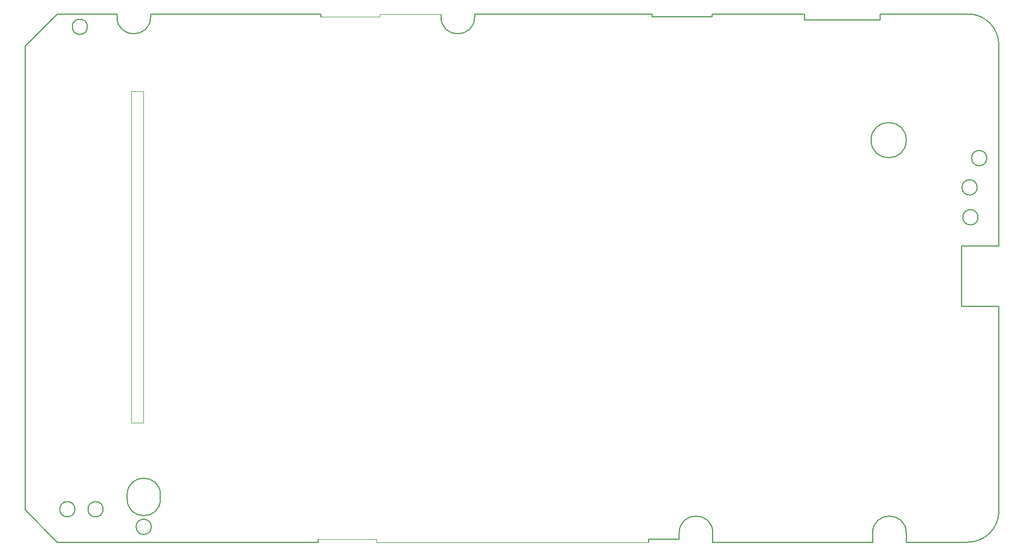
<source format=gm1>
G04 #@! TF.GenerationSoftware,KiCad,Pcbnew,(5.1.5)-3*
G04 #@! TF.CreationDate,2020-04-11T01:13:50-04:00*
G04 #@! TF.ProjectId,CPU,4350552e-6b69-4636-9164-5f7063625858,rev?*
G04 #@! TF.SameCoordinates,Original*
G04 #@! TF.FileFunction,Profile,NP*
%FSLAX46Y46*%
G04 Gerber Fmt 4.6, Leading zero omitted, Abs format (unit mm)*
G04 Created by KiCad (PCBNEW (5.1.5)-3) date 2020-04-11 01:13:50*
%MOMM*%
%LPD*%
G04 APERTURE LIST*
%ADD10C,0.050000*%
%ADD11C,0.200000*%
G04 APERTURE END LIST*
D10*
X87047327Y-130809994D02*
X89414221Y-130809994D01*
X87625303Y-45547520D02*
X89414221Y-45547520D01*
X49500000Y-111500000D02*
X47500000Y-111500000D01*
X49500000Y-58000000D02*
X49500000Y-111500000D01*
X47500000Y-58000000D02*
X49500000Y-58000000D01*
X47500000Y-111500000D02*
X47500000Y-58000000D01*
D11*
X30400000Y-125630356D02*
X30400000Y-50727572D01*
X167068435Y-130809999D02*
X141296401Y-130809999D01*
X130967859Y-130809994D02*
X130967859Y-130308609D01*
X35580051Y-45547520D02*
X45227268Y-45547520D01*
X182414221Y-130809999D02*
X172483621Y-130809999D01*
X30400000Y-125630356D02*
X35579642Y-130810000D01*
X52222127Y-123857989D02*
G75*
G02X46875689Y-123857989I-2673219J0D01*
G01*
X52222127Y-123155610D02*
X52222127Y-123857989D01*
X130967859Y-130308609D02*
X135881154Y-130308609D01*
X35580051Y-45547520D02*
X30400000Y-50727572D01*
X46875689Y-123857989D02*
X46875689Y-123155610D01*
X187414208Y-50547542D02*
X187414208Y-82978380D01*
X46875689Y-123155610D02*
G75*
G02X52222127Y-123155610I2673219J0D01*
G01*
X50642231Y-45547520D02*
X50642231Y-46047520D01*
X135881155Y-129307219D02*
G75*
G02X141296401Y-129309999I2707623J-1390D01*
G01*
X102887468Y-46047520D02*
G75*
G02X97472506Y-46047520I-2707481J0D01*
G01*
X97472506Y-45547520D02*
X97472506Y-46047520D01*
X50642232Y-46047520D02*
G75*
G02X45227268Y-46047520I-2707482J0D01*
G01*
X168273204Y-45547542D02*
X182414208Y-45547542D01*
X135881154Y-130308609D02*
X135881154Y-129308609D01*
X141296401Y-130809999D02*
X141296401Y-129309999D01*
X172483621Y-130809999D02*
X172483621Y-129309999D01*
X167068435Y-130809999D02*
X167068435Y-129309999D01*
X187414221Y-125809999D02*
G75*
G02X182414221Y-130809999I-5000000J0D01*
G01*
X102887469Y-45547520D02*
X102887469Y-46047520D01*
X141173267Y-45547458D02*
X156069477Y-45547458D01*
X50642231Y-45547520D02*
X78098980Y-45547520D01*
X35579642Y-130810000D02*
X77691474Y-130809996D01*
D10*
X130967859Y-130809994D02*
X89414221Y-130809994D01*
D11*
X187414221Y-92755395D02*
X187414221Y-125809999D01*
X102887469Y-45547520D02*
X131546669Y-45547520D01*
X187414208Y-82978380D02*
X181397688Y-82978380D01*
D10*
X89414221Y-45547520D02*
X97472506Y-45547520D01*
D11*
X167068435Y-129309999D02*
G75*
G02X172483621Y-129309999I2707593J0D01*
G01*
X182414208Y-45547543D02*
G75*
G02X187414207Y-50547542I0J-4999999D01*
G01*
X45227268Y-45547520D02*
X45227268Y-46047520D01*
D10*
X87047327Y-130308609D02*
X87047327Y-130809994D01*
D11*
X141173267Y-46048843D02*
X141173267Y-45547458D01*
X43003529Y-125498000D02*
G75*
G03X43003529Y-125498000I-1228529J0D01*
G01*
D10*
X77691474Y-130308609D02*
X87047327Y-130308609D01*
D11*
X185472528Y-68816000D02*
G75*
G03X185472528Y-68816000I-1228528J0D01*
G01*
X77691474Y-130809996D02*
X77691474Y-130308609D01*
X168273204Y-46547458D02*
X168273204Y-45547542D01*
X156069477Y-46547458D02*
X168273204Y-46547458D01*
D10*
X78098980Y-46048844D02*
X87625303Y-46048844D01*
D11*
X156069477Y-45547458D02*
X156069477Y-46547458D01*
X131546669Y-46048844D02*
X141173267Y-46048843D01*
X131546669Y-45547520D02*
X131546669Y-46048844D01*
D10*
X87625303Y-46048844D02*
X87625303Y-45547520D01*
D11*
X181397688Y-92755395D02*
X187414221Y-92755395D01*
X181397688Y-82978380D02*
X181397688Y-92755395D01*
X78098980Y-45547520D02*
X78098980Y-46048844D01*
X172488263Y-65921000D02*
G75*
G03X172488263Y-65921000I-2837263J0D01*
G01*
X40470529Y-47628000D02*
G75*
G03X40470529Y-47628000I-1228529J0D01*
G01*
X183917529Y-73551000D02*
G75*
G03X183917529Y-73551000I-1228529J0D01*
G01*
X38453529Y-125498000D02*
G75*
G03X38453529Y-125498000I-1228529J0D01*
G01*
X184057529Y-78370000D02*
G75*
G03X184057529Y-78370000I-1228529J0D01*
G01*
X50763529Y-128339000D02*
G75*
G03X50763529Y-128339000I-1228529J0D01*
G01*
M02*

</source>
